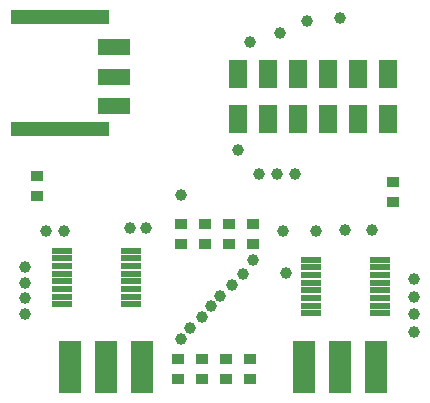
<source format=gbr>
G04 EAGLE Gerber RS-274X export*
G75*
%MOMM*%
%FSLAX34Y34*%
%LPD*%
%INSoldermask Top*%
%IPPOS*%
%AMOC8*
5,1,8,0,0,1.08239X$1,22.5*%
G01*
%ADD10R,1.003200X0.903200*%
%ADD11R,1.676400X0.558800*%
%ADD12R,1.521991X2.442009*%
%ADD13R,1.521991X2.341991*%
%ADD14R,1.521994X2.442009*%
%ADD15R,1.521994X2.341991*%
%ADD16R,1.981200X4.394200*%
%ADD17R,8.403200X1.303200*%
%ADD18R,2.703200X1.453200*%
%ADD19C,0.990600*%


D10*
X208280Y131200D03*
X208280Y148200D03*
X187960Y131200D03*
X187960Y148200D03*
X167640Y131200D03*
X167640Y148200D03*
X147320Y131200D03*
X147320Y148200D03*
X205740Y33900D03*
X205740Y16900D03*
X185420Y33900D03*
X185420Y16900D03*
X165100Y33900D03*
X165100Y16900D03*
X144780Y33900D03*
X144780Y16900D03*
D11*
X46462Y125620D03*
X46462Y119120D03*
X46462Y112620D03*
X46462Y106120D03*
X46462Y99620D03*
X46462Y93120D03*
X46462Y86620D03*
X46462Y80120D03*
X104882Y80120D03*
X104882Y86620D03*
X104882Y93120D03*
X104882Y99620D03*
X104882Y106120D03*
X104882Y112620D03*
X104882Y119120D03*
X104882Y125620D03*
X256941Y118000D03*
X256941Y111500D03*
X256941Y105000D03*
X256941Y98500D03*
X256941Y92000D03*
X256941Y85500D03*
X256941Y79000D03*
X256941Y72500D03*
X315361Y72500D03*
X315361Y79000D03*
X315361Y85500D03*
X315361Y92000D03*
X315361Y98500D03*
X315361Y105000D03*
X315361Y111500D03*
X315361Y118000D03*
D10*
X326608Y166760D03*
X326608Y183760D03*
X25400Y171840D03*
X25400Y188840D03*
D12*
X195580Y275210D03*
D13*
X195580Y236600D03*
D12*
X220980Y275210D03*
D13*
X220980Y236600D03*
D14*
X246380Y275210D03*
D15*
X246380Y236600D03*
D12*
X271780Y275210D03*
D13*
X271780Y236600D03*
D12*
X297180Y275210D03*
D13*
X297180Y236600D03*
D12*
X322580Y275210D03*
D13*
X322580Y236600D03*
D16*
X83820Y26670D03*
X53340Y26670D03*
X114300Y26670D03*
X281940Y26670D03*
X251460Y26670D03*
X312420Y26670D03*
D17*
X44540Y323200D03*
X44540Y228200D03*
D18*
X90040Y297660D03*
X90040Y272660D03*
X90040Y247660D03*
D19*
X117348Y144526D03*
X243713Y190500D03*
X104140Y144780D03*
X228600Y190500D03*
X48260Y142240D03*
X213360Y190500D03*
X236220Y106680D03*
X147320Y172720D03*
X15240Y111737D03*
X208280Y117827D03*
X15240Y98529D03*
X199390Y105889D03*
X15240Y85321D03*
X190500Y96491D03*
X15240Y72113D03*
X180340Y87093D03*
X172212Y78567D03*
X344170Y101427D03*
X164592Y69169D03*
X344170Y86526D03*
X154432Y59771D03*
X344170Y71624D03*
X146812Y50373D03*
X344170Y56723D03*
X286173Y142875D03*
X254000Y320040D03*
X308610Y142875D03*
X281940Y322580D03*
X261620Y142240D03*
X231140Y310007D03*
X233680Y142240D03*
X205740Y302260D03*
X33020Y142240D03*
X195580Y210820D03*
M02*

</source>
